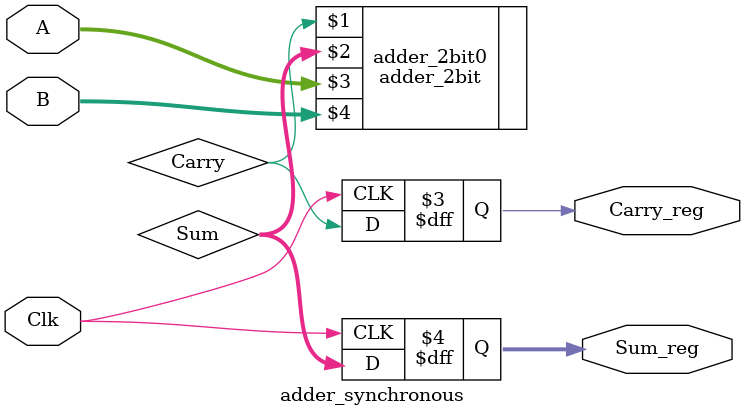
<source format=v>
`timescale 1ns / 1ps //specify 1ns for each delay unit
`default_nettype none

/* This module is a syncrhonous circuit for our ripple carry adder */

module adder_synchronous(Carry_reg, Sum_reg, Clk, A, B);

    /* Output ports are regs!!! why? well they need to be able to
       hold state */
    output reg Carry_reg;
    output reg [1:0] Sum_reg;
    
    /* Inputs are still wires */
    input wire Clk;
    input wire [1:0] A, B;
    
    /*intermediate nets*/
    reg [1:0] A_reg, B_reg; //will use these as 2-bit registers
    wire Carry; //need this to connect to the registers described below
    wire [1:0] Sum;
    
    /*instantiate 2-bit adder*/
    adder_2bit adder_2bit0(Carry, Sum, A, B);
    
    /*this behavioral block describes two 2-bit registers*/
    /*registers are grouped flip-flops*/
    always@(posedge Clk) //trigger one positive edge of the clock
        begin //needed because two statements within always block
            A_reg <= A; //we use non-blocking assignment because we want
            B_reg <= B; //these two statements to happen concurrently
        end
        
    /*describe registers for the result*/
    always@(posedge Clk)
        begin
            Carry_reg <= Carry; 
            Sum_reg <= Sum;
        end

endmodule
</source>
